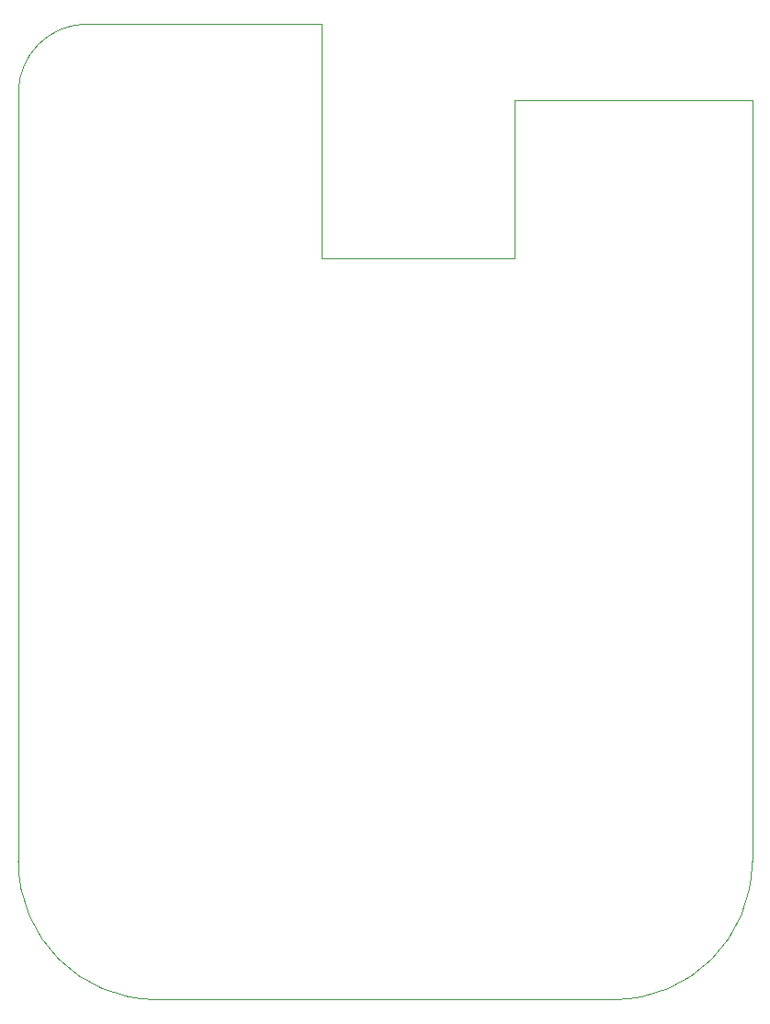
<source format=gbr>
G04 #@! TF.GenerationSoftware,KiCad,Pcbnew,(2017-08-02 revision 9760937)-master*
G04 #@! TF.CreationDate,2018-04-02T13:15:28-05:00*
G04 #@! TF.ProjectId,beagle-wire,626561676C652D776972652E6B696361,rev?*
G04 #@! TF.SameCoordinates,Original*
G04 #@! TF.FileFunction,Profile,NP*
%FSLAX46Y46*%
G04 Gerber Fmt 4.6, Leading zero omitted, Abs format (unit mm)*
G04 Created by KiCad (PCBNEW (2017-08-02 revision 9760937)-master) date Mon Apr  2 13:15:28 2018*
%MOMM*%
%LPD*%
G01*
G04 APERTURE LIST*
%ADD10C,0.002540*%
G04 APERTURE END LIST*
D10*
X107465100Y-119857400D02*
G75*
G03X120165100Y-132557400I12700000J0D01*
G01*
X162375100Y-132557400D02*
G75*
G03X175075100Y-119857400I0J12700000D01*
G01*
X113815100Y-42697400D02*
G75*
G03X107465100Y-49047400I0J-6350000D01*
G01*
X135420100Y-42697400D02*
X113815100Y-42697400D01*
X135420100Y-64287400D02*
X135420100Y-42697400D01*
X153200100Y-64287400D02*
X135420100Y-64287400D01*
X153200100Y-49682400D02*
X153200100Y-64287400D01*
X175075100Y-49682400D02*
X153200100Y-49682400D01*
X175075100Y-119857400D02*
X175075100Y-49682400D01*
X120165100Y-132557400D02*
X162375100Y-132557400D01*
X107465100Y-49047400D02*
X107465100Y-119857400D01*
M02*

</source>
